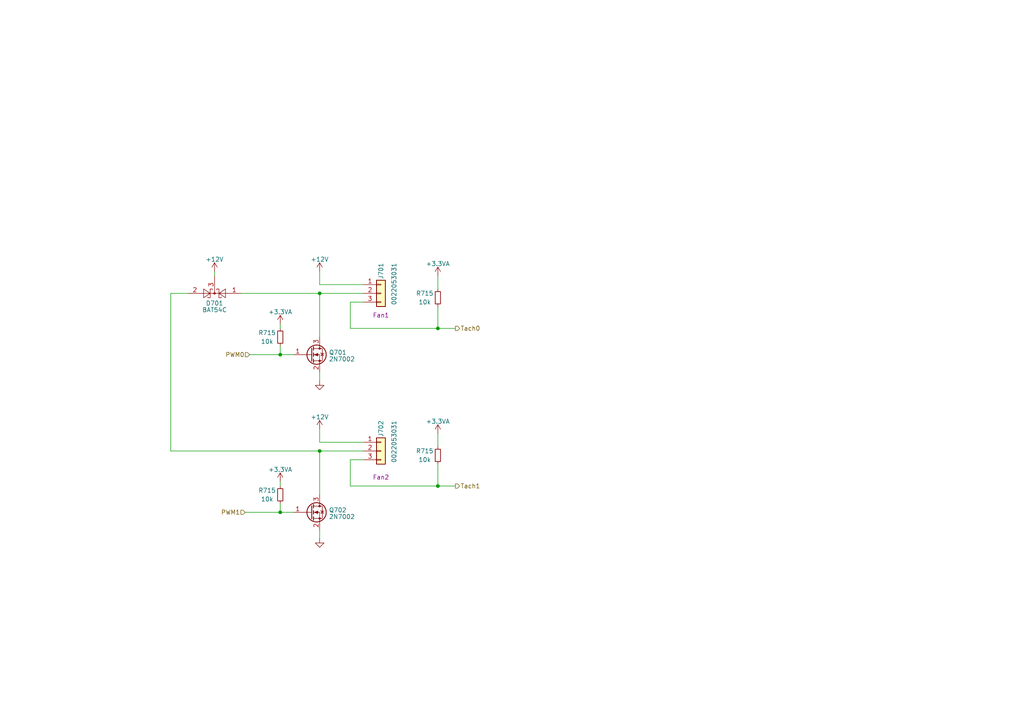
<source format=kicad_sch>
(kicad_sch (version 20230121) (generator eeschema)
  (paper "A4")
  (lib_symbols
    (symbol "Connector_Generic:Conn_01x03" (pin_names (offset 1.016) hide)
      (property "Reference" "J" (at 0 5.08 0))
      (property "Value" "Conn_01x03" (at 0 -5.08 0))
      (symbol "Conn_01x03_1_1"
        (rectangle (start -1.27 -2.413) (end 0 -2.667) (stroke (width 0.1524)))
        (rectangle (start -1.27 0.127) (end 0 -0.127) (stroke (width 0.1524)))
        (rectangle (start -1.27 2.667) (end 0 2.413) (stroke (width 0.1524)))
        (rectangle (start -1.27 3.81) (end 1.27 -3.81) (stroke (width 0.254)) (fill (type background)))
        (pin passive line (at -5.08 2.54 0) (length 3.81) (name "Pin_1") (number "1"))
        (pin passive line (at -5.08 0 0) (length 3.81) (name "Pin_2") (number "2"))
        (pin passive line (at -5.08 -2.54 0) (length 3.81) (name "Pin_3") (number "3"))
      )
    )
    (symbol "Device:R_Small" (pin_numbers hide) (pin_names (offset 0.254) hide)
      (property "Reference" "R" (at 0.762 0.508 0))
      (property "Value" "R_Small" (at 0.762 -1.016 0))
      (symbol "R_Small_0_1"
        (rectangle (start -0.762 1.778) (end 0.762 -1.778) (stroke (width 0.2032)))
      )
      (symbol "R_Small_1_1"
        (pin passive line (at 0 2.54 270) (length 0.762) (name "~") (number "1"))
        (pin passive line (at 0 -2.54 90) (length 0.762) (name "~") (number "2"))
      )
    )
    (symbol "Diode:BAT54C" (pin_names (offset 1.016))
      (property "Reference" "D" (at 0.635 -3.81 0))
      (property "Value" "BAT54C" (at -6.35 3.175 0))
      (symbol "BAT54C_0_1"
        (polyline (pts (xy -1.905 0) (xy 1.905 0)))
        (polyline (pts (xy -1.905 1.27) (xy -1.905 1.016)))
        (polyline (pts (xy -1.27 -1.27) (xy -0.635 -1.27)))
        (polyline (pts (xy -1.27 0) (xy -3.81 0)))
        (polyline (pts (xy -1.27 1.27) (xy -1.905 1.27)))
        (polyline (pts (xy -1.27 1.27) (xy -1.27 -1.27)))
        (polyline (pts (xy -0.635 -1.27) (xy -0.635 -1.016)))
        (polyline (pts (xy 0.635 -1.27) (xy 0.635 -1.016)))
        (polyline (pts (xy 1.27 -1.27) (xy 0.635 -1.27)))
        (polyline (pts (xy 1.27 1.27) (xy 1.27 -1.27)))
        (polyline (pts (xy 1.27 1.27) (xy 1.905 1.27)))
        (polyline (pts (xy 1.905 1.27) (xy 1.905 1.016)))
        (polyline (pts (xy 3.81 0) (xy 1.27 0)))
        (polyline (pts (xy -3.175 -1.27) (xy -3.175 1.27) (xy -1.27 0) (xy -3.175 -1.27)))
        (polyline (pts (xy 3.175 -1.27) (xy 3.175 1.27) (xy 1.27 0) (xy 3.175 -1.27)))
        (circle (center 0 0) (radius 0.254) (fill (type outline)))
      )
      (symbol "BAT54C_1_1"
        (pin passive line (at -7.62 0 0) (length 3.81) (name "~") (number "1"))
        (pin passive line (at 7.62 0 180) (length 3.81) (name "~") (number "2"))
        (pin passive line (at 0 -5.08 90) (length 5.08) (name "~") (number "3"))
      )
    )
    (symbol "Transistor_FET:2N7002" (pin_names hide)
      (property "Reference" "Q" (at 5.08 1.905 0))
      (property "Value" "2N7002" (at 5.08 0 0))
      (symbol "2N7002_0_1"
        (polyline (pts (xy 0.254 0) (xy -2.54 0)))
        (polyline (pts (xy 0.254 1.905) (xy 0.254 -1.905)) (stroke (width 0.254)))
        (polyline (pts (xy 0.762 -1.27) (xy 0.762 -2.286)) (stroke (width 0.254)))
        (polyline (pts (xy 0.762 0.508) (xy 0.762 -0.508)) (stroke (width 0.254)))
        (polyline (pts (xy 0.762 2.286) (xy 0.762 1.27)) (stroke (width 0.254)))
        (polyline (pts (xy 2.54 2.54) (xy 2.54 1.778)))
        (polyline (pts (xy 2.54 -2.54) (xy 2.54 0) (xy 0.762 0)))
        (polyline (pts (xy 0.762 -1.778) (xy 3.302 -1.778) (xy 3.302 1.778) (xy 0.762 1.778)))
        (polyline (pts (xy 1.016 0) (xy 2.032 0.381) (xy 2.032 -0.381) (xy 1.016 0)) (fill (type outline)))
        (polyline (pts (xy 2.794 0.508) (xy 2.921 0.381) (xy 3.683 0.381) (xy 3.81 0.254)))
        (polyline (pts (xy 3.302 0.381) (xy 2.921 -0.254) (xy 3.683 -0.254) (xy 3.302 0.381)))
        (circle (center 1.651 0) (radius 2.794) (stroke (width 0.254)))
        (circle (center 2.54 -1.778) (radius 0.254) (fill (type outline)))
        (circle (center 2.54 1.778) (radius 0.254) (fill (type outline)))
      )
      (symbol "2N7002_1_1"
        (pin input line (at -5.08 0 0) (length 2.54) (name "G") (number "1"))
        (pin passive line (at 2.54 -5.08 90) (length 2.54) (name "S") (number "2"))
        (pin passive line (at 2.54 5.08 270) (length 2.54) (name "D") (number "3"))
      )
    )
    (symbol "power:+12V" (power) (pin_names (offset 0))
      (property "Value" "+12V" (at 0 3.556 0))
      (symbol "+12V_0_1"
        (polyline (pts (xy -0.762 1.27) (xy 0 2.54)))
        (polyline (pts (xy 0 0) (xy 0 2.54)))
        (polyline (pts (xy 0 2.54) (xy 0.762 1.27)))
      )
      (symbol "+12V_1_1"
        (pin power_in line (at 0 0 90) (length 0) hide (name "+12V") (number "1"))
      )
    )
    (symbol "power:+3.3VA" (power) (pin_names (offset 0))
      (property "Value" "+3.3VA" (at 0 3.556 0))
      (symbol "+3.3VA_0_1"
        (polyline (pts (xy -0.762 1.27) (xy 0 2.54)))
        (polyline (pts (xy 0 0) (xy 0 2.54)))
        (polyline (pts (xy 0 2.54) (xy 0.762 1.27)))
      )
      (symbol "+3.3VA_1_1"
        (pin power_in line (at 0 0 90) (length 0) hide (name "+3.3VA") (number "1"))
      )
    )
    (symbol "power:GND" (power) (pin_names (offset 0))
      (property "Value" "GND" (at 0 -3.81 0))
      (symbol "GND_0_1"
        (polyline (pts (xy 0 0) (xy 0 -1.27) (xy 1.27 -1.27) (xy 0 -2.54) (xy -1.27 -1.27) (xy 0 -1.27)))
      )
      (symbol "GND_1_1"
        (pin power_in line (at 0 0 270) (length 0) hide (name "GND") (number "1"))
      )
    )
  )
  (junction (at 81.28 148.59))
  (junction (at 127 140.97))
  (junction (at 127 95.25))
  (junction (at 92.71 130.81))
  (junction (at 81.28 102.87))
  (junction (at 92.71 85.09))
  (wire (pts (xy 49.53 85.09) (xy 49.53 130.81)))
  (wire (pts (xy 92.71 85.09) (xy 92.71 97.79)))
  (wire (pts (xy 92.71 82.55) (xy 92.71 78.74)))
  (wire (pts (xy 92.71 128.27) (xy 92.71 124.46)))
  (wire (pts (xy 81.28 93.98) (xy 81.28 95.25)))
  (wire (pts (xy 54.61 85.09) (xy 49.53 85.09)))
  (wire (pts (xy 127 80.01) (xy 127 83.82)))
  (wire (pts (xy 92.71 107.95) (xy 92.71 110.49)))
  (wire (pts (xy 92.71 130.81) (xy 92.71 143.51)))
  (wire (pts (xy 81.28 146.05) (xy 81.28 148.59)))
  (wire (pts (xy 92.71 153.67) (xy 92.71 156.21)))
  (wire (pts (xy 127 140.97) (xy 132.08 140.97)))
  (wire (pts (xy 127 125.73) (xy 127 129.54)))
  (wire (pts (xy 81.28 100.33) (xy 81.28 102.87)))
  (wire (pts (xy 105.41 82.55) (xy 92.71 82.55)))
  (wire (pts (xy 72.39 102.87) (xy 81.28 102.87)))
  (wire (pts (xy 101.6 87.63) (xy 101.6 95.25)))
  (wire (pts (xy 81.28 139.7) (xy 81.28 140.97)))
  (wire (pts (xy 81.28 148.59) (xy 85.09 148.59)))
  (wire (pts (xy 69.85 85.09) (xy 92.71 85.09)))
  (wire (pts (xy 71.12 148.59) (xy 81.28 148.59)))
  (wire (pts (xy 62.23 78.74) (xy 62.23 80.01)))
  (wire (pts (xy 105.41 133.35) (xy 101.6 133.35)))
  (wire (pts (xy 105.41 87.63) (xy 101.6 87.63)))
  (wire (pts (xy 101.6 140.97) (xy 127 140.97)))
  (wire (pts (xy 105.41 128.27) (xy 92.71 128.27)))
  (wire (pts (xy 81.28 102.87) (xy 85.09 102.87)))
  (wire (pts (xy 49.53 130.81) (xy 92.71 130.81)))
  (wire (pts (xy 127 88.9) (xy 127 95.25)))
  (wire (pts (xy 101.6 133.35) (xy 101.6 140.97)))
  (wire (pts (xy 101.6 95.25) (xy 127 95.25)))
  (wire (pts (xy 92.71 85.09) (xy 105.41 85.09)))
  (wire (pts (xy 127 134.62) (xy 127 140.97)))
  (wire (pts (xy 127 95.25) (xy 132.08 95.25)))
  (wire (pts (xy 92.71 130.81) (xy 105.41 130.81)))
  (hierarchical_label "PWM0" (shape input) (at 72.39 102.87 180))
  (hierarchical_label "PWM1" (shape input) (at 71.12 148.59 180))
  (hierarchical_label "Tach0" (shape output) (at 132.08 95.25 0))
  (hierarchical_label "Tach1" (shape output) (at 132.08 140.97 0))
  (symbol (lib_id "power:+3.3VA") (at 81.28 93.98 0) (unit 1)
    (property "Reference" "#PWR0102" (effects hide))
    (property "Value" "+3.3VA" (at 81.28 90.4781 0))
    (instances (project "OpenUPS_ups" (path "" (reference "#PWR0102") (unit 1)) (path "" (reference "#PWR0702") (unit 1))))
  )
  (symbol (lib_id "power:+12V") (at 92.71 78.74 0) (unit 1)
    (property "Reference" "#PWR0107" (effects hide))
    (property "Value" "+12V" (at 92.71 75.2381 0))
    (instances (project "OpenUPS_ups" (path "" (reference "#PWR0107") (unit 1)) (path "" (reference "#PWR0704") (unit 1))))
  )
  (symbol (lib_id "Transistor_FET:2N7002") (at 90.17 102.87 0) (unit 1)
    (property "Reference" "Q701" (at 95.377 102.2263 0) (effects (justify left)))
    (property "Value" "2N7002" (at 95.377 104.1473 0) (effects (justify left)))
    (property "Footprint" "Package_TO_SOT_SMD:SOT-23" (effects hide))
    (property "Datasheet" "https://www.onsemi.com/pub/Collateral/NDS7002A-D.PDF" (effects hide))
  )
  (symbol (lib_id "power:+3.3VA") (at 127 80.01 0) (unit 1)
    (property "Reference" "#PWR0102" (effects hide))
    (property "Value" "+3.3VA" (at 127 76.5081 0))
    (instances (project "OpenUPS_ups" (path "" (reference "#PWR0102") (unit 1)) (path "" (reference "#PWR0708") (unit 1))))
  )
  (symbol (lib_id "power:GND") (at 92.71 110.49 0) (unit 1)
    (property "Reference" "#PWR0306" (effects hide))
    (property "Value" "GND" (effects hide))
    (instances (project "OpenUPS_ups" (path "" (reference "#PWR0306") (unit 1)) (path "" (reference "#PWR0514") (unit 1)) (path "" (reference "#PWR0705") (unit 1))))
  )
  (symbol (lib_id "Connector_Generic:Conn_01x03") (at 110.49 85.09 0) (unit 1)
    (property "Reference" "J701" (at 110.49 76.2 90) (effects (justify right)))
    (property "Value" "0022053031" (at 114.3 76.2 90) (effects (justify right)))
    (property "Footprint" "footprints:Molex-22-05-3031-MFG" (effects hide))
    (property "Datasheet" "https://www.molex.com/pdm_docs/sd/022053031_sd.pdf" (effects hide))
    (property "Label" "Fan1" (at 110.49 91.44 0))
  )
  (symbol (lib_id "power:+12V") (at 62.23 78.74 0) (unit 1)
    (property "Reference" "#PWR0107" (effects hide))
    (property "Value" "+12V" (at 62.23 75.2381 0))
    (instances (project "OpenUPS_ups" (path "" (reference "#PWR0107") (unit 1)) (path "" (reference "#PWR0701") (unit 1))))
  )
  (symbol (lib_id "power:+12V") (at 92.71 124.46 0) (unit 1)
    (property "Reference" "#PWR0107" (effects hide))
    (property "Value" "+12V" (at 92.71 120.9581 0))
    (instances (project "OpenUPS_ups" (path "" (reference "#PWR0107") (unit 1)) (path "" (reference "#PWR0706") (unit 1))))
  )
  (symbol (lib_id "power:+3.3VA") (at 81.28 139.7 0) (unit 1)
    (property "Reference" "#PWR0102" (effects hide))
    (property "Value" "+3.3VA" (at 81.28 136.1981 0))
    (instances (project "OpenUPS_ups" (path "" (reference "#PWR0102") (unit 1)) (path "" (reference "#PWR0703") (unit 1))))
  )
  (symbol (lib_id "Transistor_FET:2N7002") (at 90.17 148.59 0) (unit 1)
    (property "Reference" "Q702" (at 95.377 147.9463 0) (effects (justify left)))
    (property "Value" "2N7002" (at 95.377 149.8673 0) (effects (justify left)))
    (property "Footprint" "Package_TO_SOT_SMD:SOT-23" (effects hide))
    (property "Datasheet" "https://www.onsemi.com/pub/Collateral/NDS7002A-D.PDF" (effects hide))
  )
  (symbol (lib_id "power:+3.3VA") (at 127 125.73 0) (unit 1)
    (property "Reference" "#PWR0102" (effects hide))
    (property "Value" "+3.3VA" (at 127 122.2281 0))
    (instances (project "OpenUPS_ups" (path "" (reference "#PWR0102") (unit 1)) (path "" (reference "#PWR0709") (unit 1))))
  )
  (symbol (lib_id "Diode:BAT54C") (at 62.23 85.09 180) (unit 1)
    (property "Reference" "D701" (at 62.23 87.9555 0))
    (property "Value" "BAT54C" (at 62.23 89.8765 0))
    (property "Footprint" "Package_TO_SOT_SMD:SOT-23" (effects hide))
    (property "Datasheet" "http://www.diodes.com/_files/datasheets/ds11005.pdf" (effects hide))
  )
  (symbol (lib_id "Device:R_Small") (at 81.28 97.79 180) (unit 1)
    (property "Reference" "R715" (at 77.47 96.52 0))
    (property "Value" "10k" (at 77.47 99.06 0))
    (property "Footprint" "Resistor_SMD:R_0603_1608Metric" (effects hide))
    (instances (project "OpenUPS_ups" (path "" (reference "R715") (unit 1)) (path "" (reference "R413") (unit 1)) (path "" (reference "R511") (unit 1)) (path "" (reference "R701") (unit 1))))
  )
  (symbol (lib_id "power:GND") (at 92.71 156.21 0) (unit 1)
    (property "Reference" "#PWR0306" (effects hide))
    (property "Value" "GND" (effects hide))
    (instances (project "OpenUPS_ups" (path "" (reference "#PWR0306") (unit 1)) (path "" (reference "#PWR0514") (unit 1)) (path "" (reference "#PWR0707") (unit 1))))
  )
  (symbol (lib_id "Device:R_Small") (at 127 86.36 180) (unit 1)
    (property "Reference" "R715" (at 123.19 85.09 0))
    (property "Value" "10k" (at 123.19 87.63 0))
    (property "Footprint" "Resistor_SMD:R_0603_1608Metric" (effects hide))
    (instances (project "OpenUPS_ups" (path "" (reference "R715") (unit 1)) (path "" (reference "R413") (unit 1)) (path "" (reference "R511") (unit 1)) (path "" (reference "R703") (unit 1))))
  )
  (symbol (lib_id "Connector_Generic:Conn_01x03") (at 110.49 130.81 0) (unit 1)
    (property "Reference" "J702" (at 110.49 121.92 90) (effects (justify right)))
    (property "Value" "0022053031" (at 114.3 121.92 90) (effects (justify right)))
    (property "Footprint" "footprints:Molex-22-05-3031-MFG" (effects hide))
    (property "Datasheet" "https://www.molex.com/pdm_docs/sd/022053031_sd.pdf" (effects hide))
    (property "Label" "Fan2" (at 110.49 138.43 0))
  )
  (symbol (lib_id "Device:R_Small") (at 127 132.08 180) (unit 1)
    (property "Reference" "R715" (at 123.19 130.81 0))
    (property "Value" "10k" (at 123.19 133.35 0))
    (property "Footprint" "Resistor_SMD:R_0603_1608Metric" (effects hide))
    (instances (project "OpenUPS_ups" (path "" (reference "R715") (unit 1)) (path "" (reference "R413") (unit 1)) (path "" (reference "R511") (unit 1)) (path "" (reference "R704") (unit 1))))
  )
  (symbol (lib_id "Device:R_Small") (at 81.28 143.51 180) (unit 1)
    (property "Reference" "R715" (at 77.47 142.24 0))
    (property "Value" "10k" (at 77.47 144.78 0))
    (property "Footprint" "Resistor_SMD:R_0603_1608Metric" (effects hide))
    (instances (project "OpenUPS_ups" (path "" (reference "R715") (unit 1)) (path "" (reference "R413") (unit 1)) (path "" (reference "R511") (unit 1)) (path "" (reference "R702") (unit 1))))
  )
)
</source>
